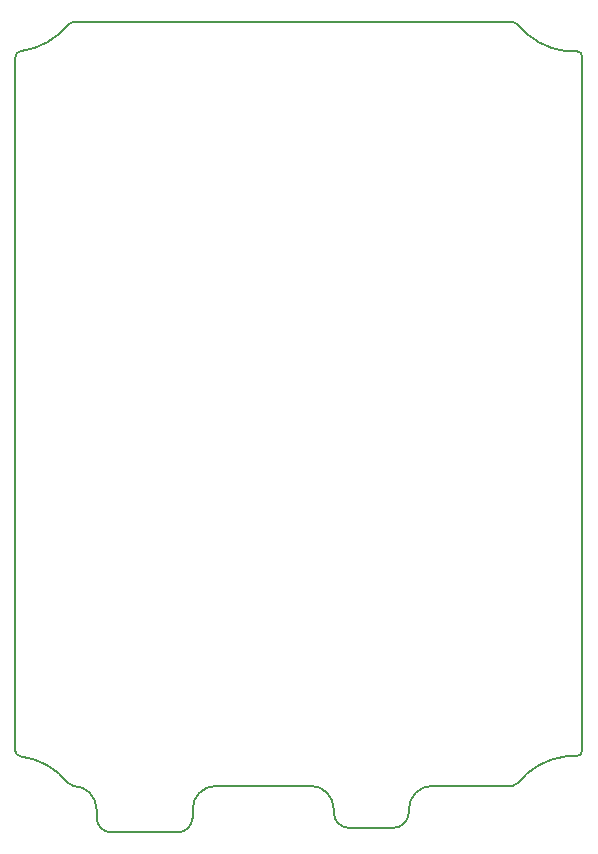
<source format=gm1>
G04 #@! TF.GenerationSoftware,KiCad,Pcbnew,7.0.11-7.0.11~ubuntu23.10.1*
G04 #@! TF.CreationDate,2024-06-16T14:32:52+02:00*
G04 #@! TF.ProjectId,WiRoc_NanoPi,5769526f-635f-44e6-916e-6f50692e6b69,rev?*
G04 #@! TF.SameCoordinates,Original*
G04 #@! TF.FileFunction,Profile,NP*
%FSLAX46Y46*%
G04 Gerber Fmt 4.6, Leading zero omitted, Abs format (unit mm)*
G04 Created by KiCad (PCBNEW 7.0.11-7.0.11~ubuntu23.10.1) date 2024-06-16 14:32:52*
%MOMM*%
%LPD*%
G01*
G04 APERTURE LIST*
G04 #@! TA.AperFunction,Profile*
%ADD10C,0.200000*%
G04 #@! TD*
G04 APERTURE END LIST*
D10*
X24410000Y-1980000D02*
G75*
G03*
X22430000Y0I-1980000J0D01*
G01*
X29450000Y-3550023D02*
G75*
G03*
X30750000Y-2300000I-600J1301623D01*
G01*
X44950000Y2500001D02*
G75*
G03*
X45449999Y3000000I6500J493499D01*
G01*
X39540001Y26D02*
G75*
G03*
X39949999Y200001I18199J482974D01*
G01*
X44050001Y2499988D02*
G75*
G03*
X39950001Y200000I774999J-6185888D01*
G01*
X-2550065Y2980000D02*
G75*
G03*
X-2150000Y2500000I486065J-1600D01*
G01*
X1950012Y200010D02*
G75*
G03*
X-2150000Y2499999I-4847012J-3836010D01*
G01*
X1950009Y200007D02*
G75*
G03*
X2340000Y1I414391J327793D01*
G01*
X-2120003Y62200021D02*
G75*
G03*
X1949999Y64500001I-789897J6148879D01*
G01*
X2350000Y64699999D02*
G75*
G03*
X1950000Y64500000I1900J-503799D01*
G01*
X-2119997Y62199979D02*
G75*
G03*
X-2549999Y61700000I67997J-493379D01*
G01*
X45450000Y61700000D02*
X45450000Y3000000D01*
X39949979Y64499983D02*
G75*
G03*
X44060000Y62200001I4859021J3860717D01*
G01*
X39949967Y64499976D02*
G75*
G03*
X39550000Y64700000I-398767J-297476D01*
G01*
X45449933Y61700001D02*
G75*
G03*
X44980000Y62199999I-493833J6699D01*
G01*
X44980000Y62200000D02*
X44060000Y62200000D01*
X4320000Y-1980000D02*
X4320000Y-2690000D01*
X22430000Y0D02*
X14444800Y0D01*
X32750000Y0D02*
G75*
G03*
X30750000Y-2000000I0J-2000000D01*
G01*
X11144800Y-3950000D02*
X5540000Y-3950000D01*
X24410000Y-1980000D02*
X24410000Y-2290000D01*
X44950000Y2500000D02*
X44050000Y2500000D01*
X2350000Y64700000D02*
X39550000Y64700000D01*
X32750000Y0D02*
X39540000Y0D01*
X4320000Y-1980000D02*
G75*
G03*
X2340000Y0I-1980000J0D01*
G01*
X14444800Y0D02*
G75*
G03*
X12444800Y-2000000I0J-2000000D01*
G01*
X-2550000Y2980000D02*
X-2550000Y61700000D01*
X12444800Y-2000000D02*
X12444800Y-2700000D01*
X30750000Y-2000000D02*
X30750000Y-2300000D01*
X4319982Y-2690000D02*
G75*
G03*
X5540000Y-3949999I1265818J5000D01*
G01*
X11144800Y-3950023D02*
G75*
G03*
X12444800Y-2700000I-600J1301623D01*
G01*
X29450000Y-3550000D02*
X25630000Y-3550000D01*
X24409982Y-2290000D02*
G75*
G03*
X25630000Y-3549999I1265818J5000D01*
G01*
M02*

</source>
